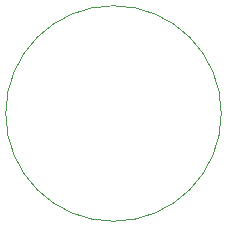
<source format=gbr>
%TF.GenerationSoftware,KiCad,Pcbnew,8.0.3*%
%TF.CreationDate,2026-01-07T02:22:38-05:00*%
%TF.ProjectId,lux-module,6c75782d-6d6f-4647-956c-652e6b696361,A*%
%TF.SameCoordinates,Original*%
%TF.FileFunction,Profile,NP*%
%FSLAX46Y46*%
G04 Gerber Fmt 4.6, Leading zero omitted, Abs format (unit mm)*
G04 Created by KiCad (PCBNEW 8.0.3) date 2026-01-07 02:22:38*
%MOMM*%
%LPD*%
G01*
G04 APERTURE LIST*
%TA.AperFunction,Profile*%
%ADD10C,0.050000*%
%TD*%
G04 APERTURE END LIST*
D10*
X142362863Y-54110000D02*
G75*
G02*
X124109093Y-54110000I-9126885J0D01*
G01*
X124109093Y-54110000D02*
G75*
G02*
X142362863Y-54110000I9126885J0D01*
G01*
M02*

</source>
